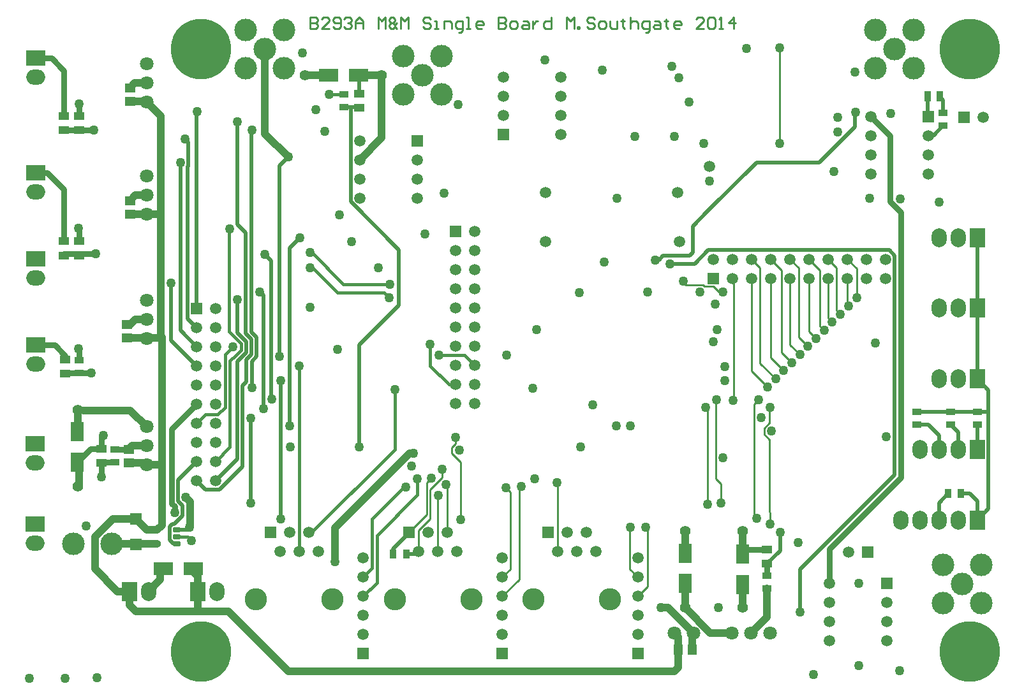
<source format=gbl>
%FSAX43Y43*%
%MOMM*%
G71*
G01*
G75*
G04 Layer_Physical_Order=4*
G04 Layer_Color=16711680*
%ADD10R,1.450X1.150*%
%ADD11R,1.300X0.850*%
%ADD12R,1.350X0.950*%
%ADD13R,1.400X1.050*%
%ADD14R,1.500X1.250*%
%ADD15R,0.950X1.350*%
%ADD16O,2.050X0.600*%
%ADD17R,1.050X1.400*%
%ADD18R,0.850X1.300*%
%ADD19O,2.200X0.600*%
%ADD20R,1.250X1.500*%
%ADD21R,1.150X1.450*%
%ADD22R,1.400X1.200*%
%ADD23R,1.550X1.350*%
%ADD24R,1.350X1.550*%
%ADD25O,1.900X0.450*%
G04:AMPARAMS|DCode=26|XSize=5.5mm|YSize=1.5mm|CornerRadius=0.188mm|HoleSize=0mm|Usage=FLASHONLY|Rotation=180.000|XOffset=0mm|YOffset=0mm|HoleType=Round|Shape=RoundedRectangle|*
%AMROUNDEDRECTD26*
21,1,5.500,1.125,0,0,180.0*
21,1,5.125,1.500,0,0,180.0*
1,1,0.375,-2.563,0.563*
1,1,0.375,2.563,0.563*
1,1,0.375,2.563,-0.563*
1,1,0.375,-2.563,-0.563*
%
%ADD26ROUNDEDRECTD26*%
%ADD27R,1.800X0.600*%
%ADD28R,0.900X1.000*%
%ADD29R,1.200X1.400*%
%ADD30R,1.000X0.900*%
%ADD31R,5.400X1.550*%
%ADD32R,1.700X0.950*%
%ADD33R,1.900X0.900*%
%ADD34R,1.900X3.200*%
%ADD35R,1.524X1.524*%
G04:AMPARAMS|DCode=36|XSize=0.6mm|YSize=1mm|CornerRadius=0.075mm|HoleSize=0mm|Usage=FLASHONLY|Rotation=0.000|XOffset=0mm|YOffset=0mm|HoleType=Round|Shape=RoundedRectangle|*
%AMROUNDEDRECTD36*
21,1,0.600,0.850,0,0,0.0*
21,1,0.450,1.000,0,0,0.0*
1,1,0.150,0.225,-0.425*
1,1,0.150,-0.225,-0.425*
1,1,0.150,-0.225,0.425*
1,1,0.150,0.225,0.425*
%
%ADD36ROUNDEDRECTD36*%
%ADD37O,0.250X1.550*%
%ADD38O,1.550X0.250*%
%ADD39O,0.450X2.400*%
%ADD40C,0.250*%
%ADD41C,0.500*%
%ADD42C,0.450*%
%ADD43C,1.000*%
%ADD44C,0.750*%
%ADD45C,0.254*%
%ADD46R,1.500X1.500*%
%ADD47C,1.500*%
%ADD48C,3.000*%
%ADD49R,2.000X2.500*%
%ADD50O,2.000X2.500*%
%ADD51C,1.400*%
%ADD52R,1.500X1.500*%
%ADD53C,1.800*%
%ADD54C,8.000*%
%ADD55R,2.500X2.000*%
%ADD56O,2.500X2.000*%
%ADD57R,1.500X1.500*%
%ADD58C,2.950*%
%ADD59C,1.500*%
%ADD60C,1.270*%
%ADD61C,1.016*%
%ADD62C,1.016*%
%ADD63C,1.900*%
%ADD64C,2.500*%
G04:AMPARAMS|DCode=65|XSize=3.2mm|YSize=3.2mm|CornerRadius=0mm|HoleSize=0mm|Usage=FLASHONLY|Rotation=0.000|XOffset=0mm|YOffset=0mm|HoleType=Round|Shape=Relief|Width=0.3mm|Gap=0.3mm|Entries=4|*
%AMTHD65*
7,0,0,3.200,2.600,0.300,45*
%
%ADD65THD65*%
%ADD66C,2.100*%
G04:AMPARAMS|DCode=67|XSize=2.7mm|YSize=2.7mm|CornerRadius=0mm|HoleSize=0mm|Usage=FLASHONLY|Rotation=0.000|XOffset=0mm|YOffset=0mm|HoleType=Round|Shape=Relief|Width=0.3mm|Gap=0.3mm|Entries=4|*
%AMTHD67*
7,0,0,2.700,2.100,0.300,45*
%
%ADD67THD67*%
%ADD68C,1.850*%
G04:AMPARAMS|DCode=69|XSize=2.5mm|YSize=2.5mm|CornerRadius=0mm|HoleSize=0mm|Usage=FLASHONLY|Rotation=0.000|XOffset=0mm|YOffset=0mm|HoleType=Round|Shape=Relief|Width=0.3mm|Gap=0.3mm|Entries=4|*
%AMTHD69*
7,0,0,2.500,1.900,0.300,45*
%
%ADD69THD69*%
%ADD70C,2.000*%
%ADD71C,1.600*%
G04:AMPARAMS|DCode=72|XSize=2.2mm|YSize=2.2mm|CornerRadius=0mm|HoleSize=0mm|Usage=FLASHONLY|Rotation=0.000|XOffset=0mm|YOffset=0mm|HoleType=Round|Shape=Relief|Width=0.3mm|Gap=0.3mm|Entries=4|*
%AMTHD72*
7,0,0,2.200,1.600,0.300,45*
%
%ADD72THD72*%
%ADD73C,4.500*%
%ADD74C,1.900*%
%ADD75C,4.250*%
G04:AMPARAMS|DCode=76|XSize=2.5mm|YSize=2.5mm|CornerRadius=0mm|HoleSize=0mm|Usage=FLASHONLY|Rotation=0.000|XOffset=0mm|YOffset=0mm|HoleType=Round|Shape=Relief|Width=0.3mm|Gap=0.3mm|Entries=4|*
%AMTHD76*
7,0,0,2.500,1.900,0.300,45*
%
%ADD76THD76*%
%ADD77C,2.600*%
G04:AMPARAMS|DCode=78|XSize=2.45mm|YSize=2.45mm|CornerRadius=0mm|HoleSize=0mm|Usage=FLASHONLY|Rotation=0.000|XOffset=0mm|YOffset=0mm|HoleType=Round|Shape=Relief|Width=0.3mm|Gap=0.3mm|Entries=4|*
%AMTHD78*
7,0,0,2.450,1.850,0.300,45*
%
%ADD78THD78*%
%ADD79R,2.500X1.700*%
%ADD80R,1.700X2.500*%
G04:AMPARAMS|DCode=81|XSize=0.6mm|YSize=1mm|CornerRadius=0.075mm|HoleSize=0mm|Usage=FLASHONLY|Rotation=270.000|XOffset=0mm|YOffset=0mm|HoleType=Round|Shape=RoundedRectangle|*
%AMROUNDEDRECTD81*
21,1,0.600,0.850,0,0,270.0*
21,1,0.450,1.000,0,0,270.0*
1,1,0.150,-0.425,-0.225*
1,1,0.150,-0.425,0.225*
1,1,0.150,0.425,0.225*
1,1,0.150,0.425,-0.225*
%
%ADD81ROUNDEDRECTD81*%
%ADD82R,1.524X1.524*%
D10*
X0220200Y0186240D02*
D03*
Y0188040D02*
D03*
X0220600Y0202640D02*
D03*
Y0204440D02*
D03*
Y0217640D02*
D03*
Y0219440D02*
D03*
X0220400Y0169640D02*
D03*
Y0171440D02*
D03*
D11*
X0329500Y0176390D02*
D03*
Y0174690D02*
D03*
X0333000Y0176390D02*
D03*
Y0174690D02*
D03*
X0249000Y0216890D02*
D03*
Y0218590D02*
D03*
X0325000Y0176390D02*
D03*
Y0174690D02*
D03*
X0305100Y0154640D02*
D03*
Y0152940D02*
D03*
X0213800Y0181590D02*
D03*
Y0183290D02*
D03*
X0218600Y0169690D02*
D03*
Y0171390D02*
D03*
X0328500Y0216140D02*
D03*
Y0214440D02*
D03*
D13*
X0251000Y0216790D02*
D03*
Y0218690D02*
D03*
X0305100Y0156240D02*
D03*
Y0158140D02*
D03*
X0211800Y0213790D02*
D03*
Y0215690D02*
D03*
X0213800Y0215690D02*
D03*
Y0213790D02*
D03*
X0211797Y0197181D02*
D03*
Y0199081D02*
D03*
X0213820Y0199069D02*
D03*
Y0197169D02*
D03*
X0212000Y0181490D02*
D03*
Y0183390D02*
D03*
X0216800Y0169590D02*
D03*
Y0171490D02*
D03*
D15*
X0328050Y0218290D02*
D03*
X0326450D02*
D03*
D18*
X0330850Y0165540D02*
D03*
X0329150D02*
D03*
X0255525Y0157515D02*
D03*
X0257225D02*
D03*
D21*
X0295150Y0144790D02*
D03*
X0293350D02*
D03*
D40*
X0297159Y0193065D02*
X0297976D01*
X0298290Y0177830D02*
X0298440Y0177980D01*
X0303080Y0196680D02*
X0304200Y0195560D01*
Y0182844D02*
Y0195560D01*
X0298000Y0185740D02*
X0298200Y0185540D01*
X0303080Y0181814D02*
Y0194140D01*
X0305620Y0183574D02*
Y0194140D01*
Y0183574D02*
X0307327Y0181867D01*
X0304200Y0182844D02*
X0306252Y0180792D01*
X0303080Y0181814D02*
X0305177Y0179717D01*
X0305500Y0161540D02*
Y0163041D01*
X0305470Y0163071D02*
X0305500Y0163041D01*
X0305470Y0163071D02*
Y0172712D01*
X0304740Y0173442D02*
X0305470Y0172712D01*
X0304740Y0173442D02*
Y0174238D01*
X0260415Y0162205D02*
Y0166063D01*
X0259965Y0162775D02*
Y0167005D01*
X0260554Y0167594D01*
X0257610Y0160420D02*
X0259965Y0162775D01*
X0258880Y0160670D02*
X0260415Y0162205D01*
X0258880Y0157880D02*
Y0160670D01*
X0306750Y0212290D02*
Y0224790D01*
X0306750Y0212290D02*
X0306750Y0212290D01*
X0306750Y0212290D02*
X0306825Y0212215D01*
X0286925Y0160965D02*
X0287000Y0161040D01*
X0286925Y0155525D02*
Y0160965D01*
Y0155525D02*
X0288000Y0154450D01*
X0308160Y0185333D02*
Y0194140D01*
X0288000Y0151910D02*
X0289290Y0153200D01*
Y0160750D01*
X0272250Y0166290D02*
X0272500Y0166540D01*
X0272250Y0154160D02*
Y0166290D01*
X0270000Y0151910D02*
X0272250Y0154160D01*
X0270000Y0154450D02*
X0271075Y0155525D01*
X0277295Y0157880D02*
Y0166995D01*
X0315780Y0196680D02*
X0317000Y0195460D01*
Y0191540D02*
Y0195460D01*
X0314340Y0189900D02*
X0314850Y0189390D01*
X0313240Y0196680D02*
X0314340Y0195580D01*
Y0189900D02*
Y0195580D01*
X0312165Y0187777D02*
X0312701Y0187241D01*
X0310700Y0196680D02*
X0312165Y0195215D01*
Y0187777D02*
Y0195215D01*
X0308160Y0196680D02*
X0309302Y0195538D01*
Y0186341D02*
X0310551Y0185091D01*
X0305620Y0196680D02*
X0307085Y0195215D01*
Y0184258D02*
Y0195215D01*
Y0184258D02*
X0308402Y0182942D01*
X0310700Y0187092D02*
X0311626Y0186166D01*
X0313240Y0188851D02*
X0313776Y0188316D01*
X0313240Y0188851D02*
Y0194140D01*
X0315780Y0190610D02*
Y0194140D01*
Y0190610D02*
X0315925Y0190465D01*
X0294800Y0217540D02*
X0294800D01*
X0308160Y0185333D02*
X0309476Y0184016D01*
X0310700Y0187092D02*
Y0194140D01*
X0309302Y0186341D02*
Y0195538D01*
X0289000Y0161040D02*
X0289290Y0160750D01*
X0304740Y0174238D02*
X0305470Y0174968D01*
Y0177010D02*
X0305500Y0177040D01*
X0305470Y0174968D02*
Y0177010D01*
X0303390Y0162650D02*
X0303750Y0162290D01*
X0303390Y0162650D02*
Y0177430D01*
X0304000Y0178040D01*
X0260415Y0166063D02*
X0262000Y0167648D01*
Y0168790D01*
X0262690Y0160420D02*
Y0166600D01*
X0262500Y0166790D02*
X0262690Y0166600D01*
X0300540Y0194140D02*
X0300710Y0193970D01*
X0300600Y0177940D02*
X0300710Y0178050D01*
Y0193970D01*
X0297976Y0193065D02*
X0298751Y0192290D01*
X0299250D01*
X0296647Y0193250D02*
X0296832Y0193065D01*
X0297159D01*
X0294092Y0193480D02*
X0294322Y0193250D01*
X0296647D01*
X0277011Y0167279D02*
X0277011D01*
X0277250Y0167040D01*
X0298290Y0167540D02*
X0299000Y0166830D01*
Y0164290D02*
Y0166830D01*
X0298290Y0167540D02*
Y0177830D01*
X0270500Y0166290D02*
X0271075Y0165715D01*
Y0155525D02*
Y0165715D01*
X0297264Y0164162D02*
Y0176776D01*
X0297000Y0177040D02*
X0297264Y0176776D01*
X0261420Y0157880D02*
Y0165210D01*
X0261500Y0165290D01*
X0263290Y0170892D02*
Y0171688D01*
X0263750Y0172148D01*
Y0173040D01*
X0264485Y0162055D02*
Y0169697D01*
X0263290Y0170892D02*
X0264485Y0169697D01*
X0298400Y0187340D02*
X0298450Y0187290D01*
X0298500D01*
X0277011Y0167279D02*
X0277295Y0166995D01*
D41*
X0229400Y0190140D02*
Y0216390D01*
X0292250Y0196040D02*
X0295500D01*
X0225845Y0161182D02*
X0226153Y0161490D01*
X0225845Y0159348D02*
Y0161182D01*
X0226000Y0185920D02*
X0229400Y0182520D01*
X0226000Y0185920D02*
Y0193540D01*
X0227250Y0187210D02*
X0229400Y0185060D01*
X0227250Y0187210D02*
Y0209540D01*
X0228200Y0188800D02*
X0229400Y0187600D01*
X0228200Y0188800D02*
Y0208956D01*
X0228335Y0209091D01*
Y0212205D01*
X0227915Y0212625D02*
X0228335Y0212205D01*
X0228200Y0160740D02*
X0228500Y0161040D01*
X0226795Y0160740D02*
X0228200D01*
X0226153Y0161490D02*
X0226484D01*
X0225845Y0159348D02*
X0226353Y0158840D01*
X0226795D01*
X0236600Y0164290D02*
Y0175540D01*
X0258635Y0157515D02*
X0258790Y0157670D01*
X0257225Y0157515D02*
X0258635D01*
X0255525Y0158215D02*
X0257520Y0160210D01*
X0255525Y0157515D02*
Y0158215D01*
X0251000Y0218690D02*
Y0221020D01*
X0250910Y0221110D02*
X0251000Y0221020D01*
X0250900Y0216890D02*
X0251000Y0216790D01*
X0229400Y0167280D02*
X0230600Y0166080D01*
X0232437D01*
X0234800Y0201274D02*
Y0214940D01*
X0237800Y0192340D02*
X0238275Y0191865D01*
X0236715Y0213755D02*
X0236750Y0213790D01*
X0240600Y0162140D02*
Y0180540D01*
X0238275Y0176865D02*
Y0191865D01*
X0232437Y0166080D02*
X0235515Y0169158D01*
X0231940Y0167280D02*
X0234800Y0170140D01*
X0235515Y0169158D02*
Y0179889D01*
X0234800Y0201274D02*
X0235885Y0200189D01*
X0235515Y0179889D02*
X0236035Y0180409D01*
X0327920Y0171415D02*
Y0173270D01*
X0326500Y0174690D02*
X0327920Y0173270D01*
X0334500Y0176390D02*
Y0179290D01*
X0333000Y0180790D02*
X0334500Y0179290D01*
X0333000Y0180790D02*
Y0190165D01*
Y0199540D01*
X0329500Y0176390D02*
X0333000D01*
X0334500D01*
X0325000D02*
X0329500D01*
X0325000Y0174690D02*
X0326500D01*
X0329500D02*
X0330460Y0173730D01*
Y0171415D02*
Y0173730D01*
X0333000Y0171415D02*
Y0174690D01*
X0239165Y0160390D02*
X0239195Y0160420D01*
X0330850Y0165540D02*
X0332000D01*
X0333000Y0164540D01*
Y0162040D02*
Y0164540D01*
X0327920Y0164310D02*
X0329150Y0165540D01*
X0327920Y0162040D02*
Y0164310D01*
X0333000Y0162040D02*
X0334500Y0163540D01*
Y0176390D01*
X0241800Y0198140D02*
X0243150Y0199490D01*
X0241800Y0174540D02*
Y0198140D01*
X0238500Y0197290D02*
X0239322Y0196468D01*
Y0178208D02*
X0239395Y0178135D01*
X0239322Y0178208D02*
Y0196468D01*
X0240407Y0183741D02*
Y0209054D01*
X0241593Y0210240D01*
X0297340Y0197880D02*
X0321357D01*
X0295500Y0196040D02*
X0297340Y0197880D01*
X0303716Y0209506D02*
X0312000D01*
X0316750Y0214256D01*
X0321357Y0197880D02*
X0322060Y0197177D01*
X0309500Y0149790D02*
Y0155496D01*
X0322060Y0168056D01*
X0326500Y0213100D02*
X0327160D01*
X0328500Y0214440D01*
Y0216140D02*
Y0217840D01*
X0328050Y0218290D02*
X0328500Y0217840D01*
X0326450Y0215690D02*
Y0218290D01*
Y0215690D02*
X0326500Y0215640D01*
X0291335Y0197125D02*
X0294835D01*
X0297250Y0203040D02*
Y0203040D01*
X0295293Y0197583D02*
Y0201083D01*
X0297250Y0203040D01*
Y0203040D02*
X0303716Y0209506D01*
X0294835Y0197125D02*
X0295293Y0197583D01*
X0249860Y0204313D02*
Y0216800D01*
X0249950Y0216890D01*
X0249000D02*
X0249950D01*
X0250900D01*
X0229400Y0216390D02*
X0229500Y0216290D01*
X0226484Y0161490D02*
X0227585Y0162591D01*
Y0163921D01*
X0226915Y0164591D02*
X0227585Y0163921D01*
X0226915Y0164591D02*
Y0167335D01*
X0229400Y0169820D01*
X0235985Y0184321D02*
Y0185759D01*
X0236035Y0180409D02*
Y0183381D01*
X0236685Y0184031D01*
Y0186049D01*
X0235885Y0186849D02*
X0236685Y0186049D01*
X0235885Y0186849D02*
Y0200189D01*
X0236750Y0179590D02*
Y0183106D01*
X0237385Y0183741D01*
Y0186339D01*
X0236715Y0187009D02*
X0237385Y0186339D01*
X0236715Y0187009D02*
Y0213755D01*
X0234800Y0186944D02*
Y0191340D01*
Y0170140D02*
Y0183136D01*
X0235985Y0184321D01*
X0234800Y0186944D02*
X0235985Y0185759D01*
X0290250Y0196540D02*
X0290750D01*
X0291335Y0197125D01*
X0305100Y0156240D02*
X0306835Y0157975D01*
Y0160383D01*
X0249860Y0204313D02*
X0256250Y0197923D01*
Y0190540D02*
Y0197923D01*
X0251005Y0171785D02*
Y0185295D01*
X0256250Y0190540D01*
X0316750Y0214256D02*
Y0216053D01*
X0316865Y0216168D01*
X0322060Y0168056D02*
Y0197177D01*
D42*
X0255735Y0171440D02*
Y0179405D01*
X0244575Y0160280D02*
X0255735Y0171440D01*
X0253325Y0153735D02*
Y0160020D01*
X0251500Y0154450D02*
X0252675Y0155625D01*
X0251500Y0151910D02*
X0253325Y0153735D01*
X0226795Y0159790D02*
X0228250D01*
X0243000Y0157885D02*
Y0182540D01*
X0264935Y0183950D02*
X0266300Y0182585D01*
X0262895Y0180045D02*
X0263760D01*
X0261600Y0183950D02*
X0264935D01*
X0255000Y0191540D02*
X0255000Y0191540D01*
X0241800Y0171740D02*
X0241845Y0171785D01*
X0233740Y0200680D02*
X0233800Y0200740D01*
X0231940Y0169820D02*
X0233850Y0171730D01*
X0232237Y0176075D02*
X0233200Y0177038D01*
X0229400Y0174900D02*
X0230575Y0176075D01*
X0232237D01*
X0247000Y0218540D02*
X0248950D01*
X0249000Y0218590D01*
X0260400Y0182540D02*
Y0185340D01*
Y0182540D02*
X0262895Y0180045D01*
X0254285Y0192255D02*
X0255000Y0191540D01*
X0248085Y0192255D02*
X0254285D01*
X0244500Y0197540D02*
X0244705D01*
X0244800Y0195540D02*
X0248085Y0192255D01*
X0244500Y0195540D02*
X0244800D01*
X0228750Y0159290D02*
X0228750D01*
X0228250Y0159790D02*
X0228750Y0159290D01*
X0234689Y0183980D02*
X0235310Y0184601D01*
Y0185479D01*
X0234689Y0186100D02*
X0235310Y0185479D01*
X0233850Y0171730D02*
Y0183141D01*
X0234689Y0183980D01*
X0234689D01*
X0234689Y0186100D02*
X0234689D01*
X0233740Y0187049D02*
X0234689Y0186100D01*
X0233740Y0187049D02*
Y0200680D01*
X0233200Y0177038D02*
Y0183990D01*
X0234250Y0185040D01*
X0244705Y0197540D02*
X0248870Y0193375D01*
X0255024D01*
X0252675Y0155625D02*
Y0162194D01*
X0256821Y0166340D01*
X0257079D01*
X0257179Y0166440D01*
X0253325Y0160020D02*
X0258720Y0165415D01*
Y0167523D01*
D43*
X0213700Y0173420D02*
Y0176700D01*
X0228600Y0155540D02*
X0229600Y0154540D01*
X0220600Y0202640D02*
X0224665D01*
X0220600Y0186240D02*
X0224700D01*
X0301840Y0150420D02*
Y0153500D01*
X0302960Y0147040D02*
X0305100Y0149180D01*
Y0152940D01*
X0301840Y0160580D02*
X0301935Y0160675D01*
X0257712Y0170940D02*
X0258200D01*
X0247750Y0156540D02*
Y0160978D01*
X0257712Y0170940D01*
X0224800Y0169540D02*
Y0186340D01*
X0224620Y0169360D02*
X0224800Y0169540D01*
X0222800Y0169360D02*
X0224620D01*
X0224665Y0202640D02*
X0224700D01*
X0224665Y0186475D02*
Y0202640D01*
Y0186475D02*
X0224800Y0186340D01*
X0221220Y0220060D02*
X0222800D01*
X0220600Y0219440D02*
X0221220Y0220060D01*
X0221350Y0149940D02*
X0229500D01*
X0229600Y0150040D01*
Y0152540D01*
X0293350Y0142440D02*
Y0144790D01*
X0292850Y0141940D02*
X0293350Y0142440D01*
X0292800Y0147040D02*
X0293350Y0146490D01*
Y0144790D02*
Y0146490D01*
X0291045Y0150445D02*
X0291935D01*
X0295340Y0147040D01*
X0297603D02*
X0300420D01*
X0294223Y0150420D02*
X0297603Y0147040D01*
X0294220Y0150420D02*
X0294223D01*
X0295150Y0146850D02*
X0295340Y0147040D01*
X0295150Y0144790D02*
Y0146850D01*
X0223040Y0152540D02*
X0224600Y0154100D01*
Y0155540D01*
X0220500Y0150790D02*
Y0152540D01*
Y0150790D02*
X0221350Y0149940D01*
X0301840Y0157500D02*
Y0160580D01*
X0222840Y0160740D02*
X0224195D01*
X0221380Y0158771D02*
X0221449Y0158840D01*
X0221380Y0162200D02*
X0222840Y0160740D01*
X0218110Y0158920D02*
X0221231D01*
X0221380Y0158771D01*
X0220600Y0217640D02*
X0222680D01*
X0220600Y0188040D02*
X0221260Y0188700D01*
X0222800D01*
X0220400Y0169640D02*
X0222520D01*
X0222800Y0169360D01*
X0220400Y0171440D02*
X0220860Y0171900D01*
X0222800D01*
X0213700Y0176700D02*
X0213795Y0176605D01*
X0213700Y0173420D02*
X0213830Y0173290D01*
X0213700Y0166540D02*
X0213830Y0166670D01*
X0221449Y0158840D02*
X0224195D01*
X0222680Y0217640D02*
X0222800Y0217520D01*
X0213830Y0166670D02*
Y0169290D01*
X0220600Y0204440D02*
X0221310Y0205150D01*
X0222800D01*
X0250910Y0221110D02*
X0253990D01*
X0243830D02*
X0246910D01*
X0294220Y0150420D02*
Y0153510D01*
X0294300Y0153590D01*
X0214395Y0176605D02*
X0220635D01*
X0222800Y0174440D01*
X0229600Y0152540D02*
Y0154540D01*
X0218279Y0162200D02*
X0221380D01*
X0215910Y0159831D02*
X0218279Y0162200D01*
X0294220Y0157670D02*
X0294300Y0157590D01*
X0294220Y0157670D02*
Y0160580D01*
X0215910Y0155540D02*
X0218910Y0152540D01*
X0220500D01*
X0215910Y0155540D02*
Y0159831D01*
X0241600Y0141940D02*
X0292850D01*
X0233600Y0149940D02*
X0241600Y0141940D01*
X0229500Y0149940D02*
X0233600D01*
X0224665Y0202640D02*
Y0215655D01*
X0222800Y0217520D02*
X0224665Y0215655D01*
X0238500Y0213333D02*
X0241593Y0210240D01*
X0238500Y0213333D02*
Y0224540D01*
X0253990Y0212820D02*
Y0221110D01*
X0251060Y0209890D02*
X0253990Y0212820D01*
X0224195Y0160740D02*
X0224800Y0161345D01*
Y0169540D01*
X0228500Y0161040D02*
X0228535Y0161075D01*
Y0164505D01*
X0228000Y0165040D02*
X0228535Y0164505D01*
D44*
X0211800Y0197390D02*
X0216018D01*
X0305100Y0154640D02*
X0305100Y0154640D01*
X0305100Y0154640D02*
Y0156240D01*
X0301840Y0157500D02*
X0302480Y0158140D01*
X0216800Y0168140D02*
Y0169590D01*
X0208080Y0185260D02*
X0210630D01*
X0212000Y0183890D01*
X0212100Y0181590D02*
X0213800D01*
X0212000Y0181490D02*
X0212100Y0181590D01*
X0213795Y0199295D02*
Y0200745D01*
Y0199295D02*
X0213800Y0199290D01*
X0211800Y0199290D02*
Y0205940D01*
X0209620Y0208120D02*
X0211800Y0205940D01*
X0208080Y0208120D02*
X0209620D01*
X0211800Y0213790D02*
X0213800D01*
X0211800Y0213790D02*
X0211800Y0213790D01*
X0211800Y0215690D02*
Y0221740D01*
X0210180Y0223360D02*
X0211800Y0221740D01*
X0208080Y0223360D02*
X0210180D01*
X0215350Y0171490D02*
X0216800D01*
X0213600Y0169740D02*
X0215350Y0171490D01*
X0218600Y0171390D02*
X0220350D01*
X0220400Y0171440D01*
X0216900Y0169690D02*
X0218600D01*
X0216800Y0169590D02*
X0216900Y0169690D01*
X0213800Y0215690D02*
X0213800Y0215690D01*
Y0217340D01*
X0213800Y0181590D02*
X0215450D01*
X0302480Y0158140D02*
X0305100D01*
X0313380Y0153640D02*
Y0158210D01*
X0318880Y0215640D02*
X0321458Y0213062D01*
Y0204320D02*
Y0213062D01*
Y0204320D02*
X0322885Y0202894D01*
X0313380Y0158210D02*
X0322885Y0167715D01*
X0213750Y0184540D02*
X0213800Y0184490D01*
Y0183290D02*
Y0184490D01*
X0213750Y0184540D02*
Y0184790D01*
X0215750Y0213790D02*
X0215750Y0213790D01*
X0213800Y0213790D02*
X0215750D01*
X0226500Y0163040D02*
Y0163839D01*
X0226090Y0164249D02*
X0226500Y0163839D01*
X0226090Y0164249D02*
Y0174130D01*
X0229400Y0177440D01*
X0216018Y0197390D02*
X0216048Y0197361D01*
X0216800Y0171490D02*
Y0172990D01*
X0217071Y0173261D01*
Y0173315D01*
X0322885Y0167715D02*
Y0202894D01*
D45*
X0244500Y0228790D02*
Y0227290D01*
X0245250D01*
X0245500Y0227540D01*
Y0227790D01*
X0245250Y0228040D01*
X0244500D01*
X0245250D01*
X0245500Y0228290D01*
Y0228540D01*
X0245250Y0228790D01*
X0244500D01*
X0246999Y0227290D02*
X0246000D01*
X0246999Y0228290D01*
Y0228540D01*
X0246749Y0228790D01*
X0246249D01*
X0246000Y0228540D01*
X0247499Y0227540D02*
X0247749Y0227290D01*
X0248249D01*
X0248499Y0227540D01*
Y0228540D01*
X0248249Y0228790D01*
X0247749D01*
X0247499Y0228540D01*
Y0228290D01*
X0247749Y0228040D01*
X0248499D01*
X0248999Y0228540D02*
X0249248Y0228790D01*
X0249748D01*
X0249998Y0228540D01*
Y0228290D01*
X0249748Y0228040D01*
X0249498D01*
X0249748D01*
X0249998Y0227790D01*
Y0227540D01*
X0249748Y0227290D01*
X0249248D01*
X0248999Y0227540D01*
X0250498Y0227290D02*
Y0228290D01*
X0250998Y0228790D01*
X0251498Y0228290D01*
Y0227290D01*
Y0228040D01*
X0250498D01*
X0253497Y0227290D02*
Y0228790D01*
X0253997Y0228290D01*
X0254497Y0228790D01*
Y0227290D01*
X0255996D02*
X0255746Y0227540D01*
X0255496Y0227290D01*
X0255247D01*
X0254997Y0227540D01*
Y0227790D01*
X0255247Y0228040D01*
X0254997Y0228290D01*
Y0228540D01*
X0255247Y0228790D01*
X0255496D01*
X0255746Y0228540D01*
Y0228290D01*
X0255496Y0228040D01*
X0255746Y0227790D01*
Y0227540D01*
X0255996Y0228040D02*
X0255746Y0227790D01*
X0255247Y0228040D02*
X0255496D01*
X0256496Y0227290D02*
Y0228790D01*
X0256996Y0228290D01*
X0257496Y0228790D01*
Y0227290D01*
X0260495Y0228540D02*
X0260245Y0228790D01*
X0259745D01*
X0259495Y0228540D01*
Y0228290D01*
X0259745Y0228040D01*
X0260245D01*
X0260495Y0227790D01*
Y0227540D01*
X0260245Y0227290D01*
X0259745D01*
X0259495Y0227540D01*
X0260995Y0227290D02*
X0261495D01*
X0261245D01*
Y0228290D01*
X0260995D01*
X0262244Y0227290D02*
Y0228290D01*
X0262994D01*
X0263244Y0228040D01*
Y0227290D01*
X0264244Y0226790D02*
X0264494D01*
X0264743Y0227040D01*
Y0228290D01*
X0263994D01*
X0263744Y0228040D01*
Y0227540D01*
X0263994Y0227290D01*
X0264743D01*
X0265243D02*
X0265743D01*
X0265493D01*
Y0228790D01*
X0265243D01*
X0267243Y0227290D02*
X0266743D01*
X0266493Y0227540D01*
Y0228040D01*
X0266743Y0228290D01*
X0267243D01*
X0267493Y0228040D01*
Y0227790D01*
X0266493D01*
X0269492Y0228790D02*
Y0227290D01*
X0270242D01*
X0270492Y0227540D01*
Y0227790D01*
X0270242Y0228040D01*
X0269492D01*
X0270242D01*
X0270492Y0228290D01*
Y0228540D01*
X0270242Y0228790D01*
X0269492D01*
X0271241Y0227290D02*
X0271741D01*
X0271991Y0227540D01*
Y0228040D01*
X0271741Y0228290D01*
X0271241D01*
X0270991Y0228040D01*
Y0227540D01*
X0271241Y0227290D01*
X0272741Y0228290D02*
X0273241D01*
X0273491Y0228040D01*
Y0227290D01*
X0272741D01*
X0272491Y0227540D01*
X0272741Y0227790D01*
X0273491D01*
X0273990Y0228290D02*
Y0227290D01*
Y0227790D01*
X0274240Y0228040D01*
X0274490Y0228290D01*
X0274740D01*
X0276490Y0228790D02*
Y0227290D01*
X0275740D01*
X0275490Y0227540D01*
Y0228040D01*
X0275740Y0228290D01*
X0276490D01*
X0278489Y0227290D02*
Y0228790D01*
X0278989Y0228290D01*
X0279489Y0228790D01*
Y0227290D01*
X0279988D02*
Y0227540D01*
X0280238D01*
Y0227290D01*
X0279988D01*
X0282238Y0228540D02*
X0281988Y0228790D01*
X0281488D01*
X0281238Y0228540D01*
Y0228290D01*
X0281488Y0228040D01*
X0281988D01*
X0282238Y0227790D01*
Y0227540D01*
X0281988Y0227290D01*
X0281488D01*
X0281238Y0227540D01*
X0282988Y0227290D02*
X0283487D01*
X0283737Y0227540D01*
Y0228040D01*
X0283487Y0228290D01*
X0282988D01*
X0282738Y0228040D01*
Y0227540D01*
X0282988Y0227290D01*
X0284237Y0228290D02*
Y0227540D01*
X0284487Y0227290D01*
X0285237D01*
Y0228290D01*
X0285987Y0228540D02*
Y0228290D01*
X0285737D01*
X0286236D01*
X0285987D01*
Y0227540D01*
X0286236Y0227290D01*
X0286986Y0228790D02*
Y0227290D01*
Y0228040D01*
X0287236Y0228290D01*
X0287736D01*
X0287986Y0228040D01*
Y0227290D01*
X0288986Y0226790D02*
X0289236D01*
X0289485Y0227040D01*
Y0228290D01*
X0288736D01*
X0288486Y0228040D01*
Y0227540D01*
X0288736Y0227290D01*
X0289485D01*
X0290235Y0228290D02*
X0290735D01*
X0290985Y0228040D01*
Y0227290D01*
X0290235D01*
X0289985Y0227540D01*
X0290235Y0227790D01*
X0290985D01*
X0291735Y0228540D02*
Y0228290D01*
X0291485D01*
X0291985D01*
X0291735D01*
Y0227540D01*
X0291985Y0227290D01*
X0293484D02*
X0292984D01*
X0292734Y0227540D01*
Y0228040D01*
X0292984Y0228290D01*
X0293484D01*
X0293734Y0228040D01*
Y0227790D01*
X0292734D01*
X0296733Y0227290D02*
X0295733D01*
X0296733Y0228290D01*
Y0228540D01*
X0296483Y0228790D01*
X0295983D01*
X0295733Y0228540D01*
X0297233D02*
X0297483Y0228790D01*
X0297983D01*
X0298233Y0228540D01*
Y0227540D01*
X0297983Y0227290D01*
X0297483D01*
X0297233Y0227540D01*
Y0228540D01*
X0298732Y0227290D02*
X0299232D01*
X0298982D01*
Y0228790D01*
X0298732Y0228540D01*
X0300732Y0227290D02*
Y0228790D01*
X0299982Y0228040D01*
X0300982D01*
D46*
X0326500Y0215640D02*
D03*
X0298000Y0194140D02*
D03*
X0258680Y0212430D02*
D03*
X0270150Y0213220D02*
D03*
X0331250Y0215540D02*
D03*
X0318460Y0157790D02*
D03*
X0321000Y0153640D02*
D03*
D47*
X0326500Y0213100D02*
D03*
Y0210560D02*
D03*
Y0208020D02*
D03*
X0318880Y0215640D02*
D03*
Y0213100D02*
D03*
Y0210560D02*
D03*
Y0208020D02*
D03*
X0231940Y0190140D02*
D03*
X0229400Y0187600D02*
D03*
X0231940D02*
D03*
X0229400Y0185060D02*
D03*
X0231940D02*
D03*
X0229400Y0182520D02*
D03*
X0231940D02*
D03*
X0229400Y0179980D02*
D03*
X0231940D02*
D03*
X0229400Y0177440D02*
D03*
X0231940D02*
D03*
X0229400Y0174900D02*
D03*
X0231940D02*
D03*
X0229400Y0172360D02*
D03*
X0231940D02*
D03*
X0229400Y0169820D02*
D03*
X0231940D02*
D03*
X0229400Y0167280D02*
D03*
X0231940D02*
D03*
X0266300Y0200365D02*
D03*
X0263760Y0197825D02*
D03*
X0266300D02*
D03*
X0263760Y0195285D02*
D03*
X0266300D02*
D03*
X0263760Y0192745D02*
D03*
X0266300D02*
D03*
X0263760Y0190205D02*
D03*
X0266300D02*
D03*
X0263760Y0187665D02*
D03*
X0266300D02*
D03*
X0263760Y0185125D02*
D03*
X0266300D02*
D03*
X0263760Y0182585D02*
D03*
X0266300D02*
D03*
X0263760Y0180045D02*
D03*
X0266300D02*
D03*
X0263760Y0177505D02*
D03*
X0266300D02*
D03*
X0298000Y0196680D02*
D03*
X0300540Y0194140D02*
D03*
Y0196680D02*
D03*
X0303080Y0194140D02*
D03*
Y0196680D02*
D03*
X0305620Y0194140D02*
D03*
Y0196680D02*
D03*
X0308160Y0194140D02*
D03*
Y0196680D02*
D03*
X0310700Y0194140D02*
D03*
Y0196680D02*
D03*
X0313240Y0194140D02*
D03*
X0313240Y0196680D02*
D03*
X0315780Y0194140D02*
D03*
X0315780Y0196680D02*
D03*
X0318320Y0194140D02*
D03*
Y0196680D02*
D03*
X0320860Y0194140D02*
D03*
Y0196680D02*
D03*
X0251500Y0156990D02*
D03*
Y0154450D02*
D03*
Y0151910D02*
D03*
Y0149370D02*
D03*
Y0146830D02*
D03*
X0288000Y0156990D02*
D03*
Y0154450D02*
D03*
Y0151910D02*
D03*
Y0149370D02*
D03*
Y0146830D02*
D03*
X0258680Y0209890D02*
D03*
Y0207350D02*
D03*
Y0204810D02*
D03*
X0251060Y0212430D02*
D03*
Y0209890D02*
D03*
Y0207350D02*
D03*
Y0204810D02*
D03*
X0270150Y0215760D02*
D03*
Y0218300D02*
D03*
X0270150Y0220840D02*
D03*
X0277770Y0213220D02*
D03*
Y0215760D02*
D03*
X0277770Y0218300D02*
D03*
X0277770Y0220840D02*
D03*
X0333790Y0215540D02*
D03*
X0315920Y0157790D02*
D03*
X0321000Y0151100D02*
D03*
Y0148560D02*
D03*
Y0146020D02*
D03*
X0313380Y0153640D02*
D03*
Y0151100D02*
D03*
Y0148560D02*
D03*
Y0146020D02*
D03*
X0270000Y0146830D02*
D03*
Y0149370D02*
D03*
Y0151910D02*
D03*
Y0154450D02*
D03*
Y0156990D02*
D03*
X0293250Y0205540D02*
D03*
X0275750Y0199040D02*
D03*
Y0205540D02*
D03*
X0293500Y0199040D02*
D03*
X0297500Y0209040D02*
D03*
D48*
X0331000Y0153540D02*
D03*
X0333540Y0151000D02*
D03*
X0328460D02*
D03*
X0333540Y0156080D02*
D03*
X0328460D02*
D03*
X0238500Y0224540D02*
D03*
X0235960Y0222000D02*
D03*
Y0227080D02*
D03*
X0241040Y0222000D02*
D03*
Y0227080D02*
D03*
X0213030Y0158920D02*
D03*
X0218110D02*
D03*
X0259400Y0221140D02*
D03*
X0261940Y0223680D02*
D03*
Y0218600D02*
D03*
X0256860Y0223680D02*
D03*
Y0218600D02*
D03*
X0322000Y0224540D02*
D03*
X0324540Y0222000D02*
D03*
X0319460D02*
D03*
X0324540Y0227080D02*
D03*
X0319460D02*
D03*
D49*
X0333000Y0199540D02*
D03*
Y0190165D02*
D03*
Y0162040D02*
D03*
Y0180790D02*
D03*
Y0171415D02*
D03*
X0229600Y0152540D02*
D03*
X0220500Y0152540D02*
D03*
D50*
X0330460Y0199540D02*
D03*
X0327920D02*
D03*
X0330460Y0190165D02*
D03*
X0327920D02*
D03*
X0330460Y0162040D02*
D03*
X0327920D02*
D03*
X0325380D02*
D03*
X0322840D02*
D03*
X0330460Y0180790D02*
D03*
X0327920D02*
D03*
X0325380Y0171415D02*
D03*
X0327920D02*
D03*
X0330460D02*
D03*
X0232140Y0152540D02*
D03*
X0223040Y0152540D02*
D03*
D51*
X0243830Y0221110D02*
D03*
X0253990D02*
D03*
X0213700Y0176700D02*
D03*
Y0166540D02*
D03*
X0301840Y0150420D02*
D03*
Y0160580D02*
D03*
X0294220Y0150420D02*
D03*
Y0160580D02*
D03*
D52*
X0229400Y0190140D02*
D03*
X0263760Y0200365D02*
D03*
X0251500Y0144290D02*
D03*
X0288000Y0144290D02*
D03*
X0270000Y0144290D02*
D03*
D53*
X0222800Y0217520D02*
D03*
Y0220060D02*
D03*
Y0222600D02*
D03*
X0292800Y0147040D02*
D03*
X0295340D02*
D03*
X0300420D02*
D03*
X0302960D02*
D03*
X0305500D02*
D03*
X0222800Y0202610D02*
D03*
Y0205150D02*
D03*
Y0207690D02*
D03*
Y0186160D02*
D03*
Y0188700D02*
D03*
Y0191240D02*
D03*
Y0169360D02*
D03*
Y0171900D02*
D03*
Y0174440D02*
D03*
D54*
X0332000Y0224540D02*
D03*
Y0144540D02*
D03*
X0230000D02*
D03*
Y0224540D02*
D03*
D55*
X0208080Y0223360D02*
D03*
Y0208120D02*
D03*
Y0196690D02*
D03*
Y0185260D02*
D03*
X0208000Y0172140D02*
D03*
Y0161540D02*
D03*
D56*
X0208080Y0220820D02*
D03*
Y0205580D02*
D03*
Y0194150D02*
D03*
Y0182720D02*
D03*
X0208000Y0169600D02*
D03*
Y0159000D02*
D03*
D57*
X0239195Y0160420D02*
D03*
X0257610Y0160420D02*
D03*
X0276025Y0160420D02*
D03*
D58*
X0247450Y0151530D02*
D03*
X0237290D02*
D03*
X0255705Y0151530D02*
D03*
X0265865D02*
D03*
X0284280Y0151530D02*
D03*
X0274120D02*
D03*
D59*
X0240465Y0157880D02*
D03*
X0243005D02*
D03*
X0241735Y0160420D02*
D03*
X0244275D02*
D03*
X0245545Y0157880D02*
D03*
X0263960Y0157880D02*
D03*
X0262690Y0160420D02*
D03*
X0260150D02*
D03*
X0261420Y0157880D02*
D03*
X0258880D02*
D03*
X0277295Y0157880D02*
D03*
X0279835D02*
D03*
X0278565Y0160420D02*
D03*
X0281105D02*
D03*
X0282375Y0157880D02*
D03*
D60*
X0294003Y0193748D02*
D03*
X0248400Y0202582D02*
D03*
X0300600Y0177940D02*
D03*
X0298440Y0177980D02*
D03*
X0298200Y0190740D02*
D03*
X0292250Y0196040D02*
D03*
X0304000Y0178040D02*
D03*
X0305177Y0179717D02*
D03*
X0285200Y0204740D02*
D03*
X0305500Y0161540D02*
D03*
X0282000Y0177340D02*
D03*
X0322765Y0204725D02*
D03*
X0314500Y0213540D02*
D03*
X0238500Y0197290D02*
D03*
X0306750Y0224790D02*
D03*
X0306763Y0212074D02*
D03*
X0226000Y0193540D02*
D03*
X0227250Y0209540D02*
D03*
X0227915Y0212625D02*
D03*
X0305700Y0173840D02*
D03*
X0297264Y0164162D02*
D03*
X0299250Y0170290D02*
D03*
X0287000Y0161040D02*
D03*
X0264485Y0162055D02*
D03*
X0309500Y0149790D02*
D03*
X0283500Y0196290D02*
D03*
X0228500Y0161040D02*
D03*
X0280375Y0171715D02*
D03*
X0226500Y0163040D02*
D03*
X0243000Y0182540D02*
D03*
X0240600Y0162140D02*
D03*
X0247750Y0156540D02*
D03*
X0236600Y0164290D02*
D03*
X0270550Y0183940D02*
D03*
X0258200Y0170940D02*
D03*
X0216750Y0167790D02*
D03*
X0260400Y0185340D02*
D03*
X0313776Y0188316D02*
D03*
X0315925Y0190465D02*
D03*
X0317000Y0191540D02*
D03*
X0275600Y0223140D02*
D03*
X0292800Y0212940D02*
D03*
X0287600Y0212940D02*
D03*
X0293400Y0220740D02*
D03*
X0314500Y0215540D02*
D03*
X0294800Y0217540D02*
D03*
X0213800Y0217340D02*
D03*
X0215450Y0181590D02*
D03*
X0298665Y0150425D02*
D03*
X0291045Y0150445D02*
D03*
X0234800Y0191340D02*
D03*
X0255000Y0191540D02*
D03*
X0255735Y0179405D02*
D03*
X0236750Y0213790D02*
D03*
X0233800Y0200740D02*
D03*
X0238275Y0176865D02*
D03*
X0237800Y0192340D02*
D03*
X0241845Y0171785D02*
D03*
X0234800Y0214940D02*
D03*
X0243150Y0199490D02*
D03*
X0240600Y0180540D02*
D03*
X0241800Y0174540D02*
D03*
X0236750Y0179590D02*
D03*
X0236600Y0175540D02*
D03*
X0322750Y0142040D02*
D03*
X0317265Y0142725D02*
D03*
X0310551Y0185091D02*
D03*
X0311626Y0186166D02*
D03*
X0312701Y0187241D02*
D03*
X0314850Y0189390D02*
D03*
X0306252Y0180792D02*
D03*
X0309476Y0184016D02*
D03*
X0308402Y0182942D02*
D03*
X0307327Y0181867D02*
D03*
X0305500Y0177040D02*
D03*
X0303750Y0162290D02*
D03*
X0289000Y0161040D02*
D03*
X0247000Y0218540D02*
D03*
X0261600Y0183950D02*
D03*
X0239395Y0178135D02*
D03*
X0240407Y0183741D02*
D03*
X0241593Y0210240D02*
D03*
X0292500Y0222290D02*
D03*
X0280240Y0192200D02*
D03*
X0262250Y0205417D02*
D03*
X0207200Y0140986D02*
D03*
X0212000Y0141034D02*
D03*
X0216200Y0141062D02*
D03*
X0302400Y0224690D02*
D03*
X0314000Y0208290D02*
D03*
X0318750Y0204790D02*
D03*
X0320940Y0173100D02*
D03*
X0304350Y0175640D02*
D03*
X0309250Y0159040D02*
D03*
X0321500Y0216040D02*
D03*
X0316790Y0221500D02*
D03*
X0311290Y0141500D02*
D03*
X0260554Y0167594D02*
D03*
X0262500Y0166790D02*
D03*
X0262000Y0168790D02*
D03*
X0263750Y0173040D02*
D03*
X0253500Y0195540D02*
D03*
X0250000Y0199040D02*
D03*
X0259750Y0200040D02*
D03*
X0246400Y0213640D02*
D03*
X0299500Y0180540D02*
D03*
X0298000Y0185740D02*
D03*
X0299250Y0192290D02*
D03*
X0274000Y0179540D02*
D03*
X0251005Y0171785D02*
D03*
X0296250Y0192290D02*
D03*
X0229500Y0216290D02*
D03*
X0243500Y0224040D02*
D03*
X0213750Y0184790D02*
D03*
X0274500Y0187290D02*
D03*
X0214750Y0161290D02*
D03*
X0277250Y0167040D02*
D03*
X0215750Y0213790D02*
D03*
X0299000Y0164290D02*
D03*
X0244500Y0197540D02*
D03*
Y0195540D02*
D03*
X0228750Y0159290D02*
D03*
X0274250Y0167540D02*
D03*
X0272500Y0166540D02*
D03*
X0270500Y0166290D02*
D03*
X0297000Y0177040D02*
D03*
X0296750Y0212040D02*
D03*
X0245250Y0216540D02*
D03*
X0228000Y0165040D02*
D03*
X0328000Y0204290D02*
D03*
X0289250Y0192290D02*
D03*
X0234250Y0185040D02*
D03*
X0261500Y0165290D02*
D03*
X0283250Y0221790D02*
D03*
X0264250Y0171290D02*
D03*
X0297500Y0207040D02*
D03*
X0298500Y0187290D02*
D03*
X0290250Y0196540D02*
D03*
X0264127Y0217204D02*
D03*
X0306835Y0160383D02*
D03*
X0299502Y0182406D02*
D03*
X0244512Y0190281D02*
D03*
X0255024Y0193375D02*
D03*
X0285090Y0174531D02*
D03*
X0287004Y0174519D02*
D03*
X0248112Y0184682D02*
D03*
X0317251Y0153640D02*
D03*
X0216048Y0197361D02*
D03*
X0213772Y0200768D02*
D03*
X0217071Y0173315D02*
D03*
X0257179Y0166440D02*
D03*
X0258720Y0167523D02*
D03*
X0257927Y0169193D02*
D03*
X0316865Y0216168D02*
D03*
X0319500Y0185540D02*
D03*
D79*
X0246910Y0221110D02*
D03*
X0250910D02*
D03*
X0229000Y0155540D02*
D03*
X0225000D02*
D03*
D80*
X0301840Y0153500D02*
D03*
Y0157500D02*
D03*
X0294300Y0157590D02*
D03*
Y0153590D02*
D03*
X0213600Y0173740D02*
D03*
Y0169740D02*
D03*
D81*
X0224195Y0160740D02*
D03*
X0226795Y0158840D02*
D03*
Y0159790D02*
D03*
Y0160740D02*
D03*
X0224195Y0158840D02*
D03*
D82*
X0221380Y0162200D02*
D03*
Y0158771D02*
D03*
M02*

</source>
